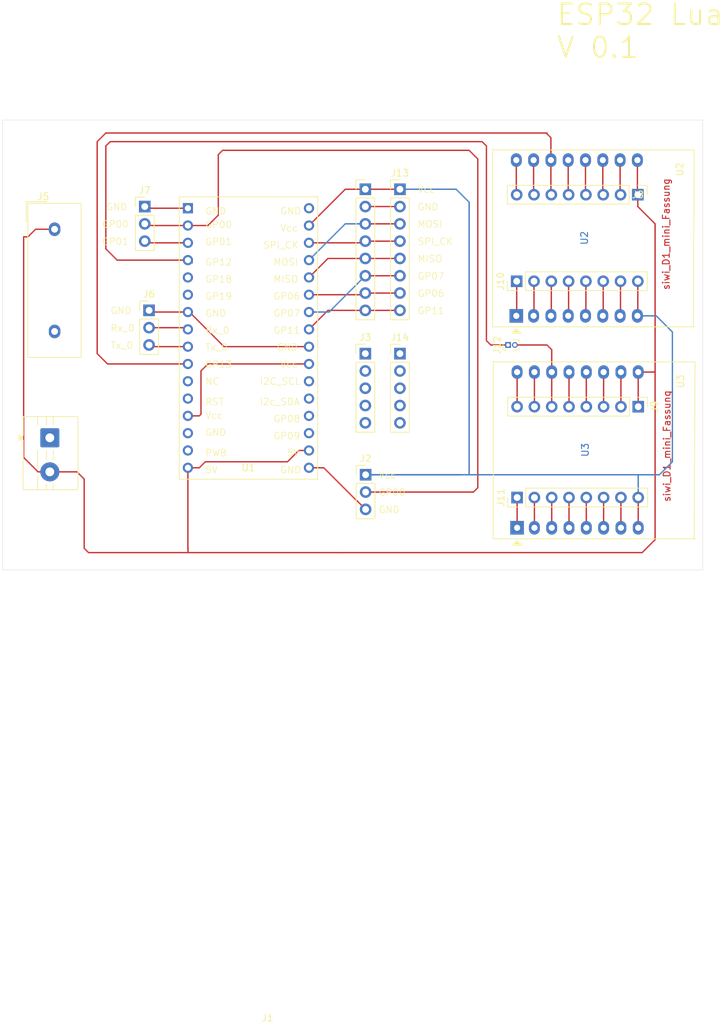
<source format=kicad_pcb>
(kicad_pcb (version 20241229) (generator "pcbnew") (generator_version "9.0")
  (layers (0 "F.Cu" signal) (2 "B.Cu" signal) (13 "F.Paste" user) (15 "B.Paste" user) (5 "F.SilkS" user "F.Silkscreen") (7 "B.SilkS" user "B.Silkscreen") (1 "F.Mask" user) (3 "B.Mask" user) (25 "Edge.Cuts" user))
  (net 0 "")
  (net 1 "GND")
  (net 6 "+5V")
  (net 7 "Net-(J2-Pin_2)")
  (net 8 "+3.3V")
  (net 9 "Net-(J6-Pin_2)")
  (net 10 "Net-(J6-Pin_3)")
  (net 11 "Net-(J7-Pin_3)")
  (net 12 "Net-(J8-Pin_3)")
  (net 13 "Net-(J8-Pin_7)")
  (net 14 "Net-(J8-Pin_4)")
  (net 15 "Net-(J8-Pin_6)")
  (net 16 "Net-(J8-Pin_8)")
  (net 17 "Net-(J8-Pin_5)")
  (net 18 "Net-(J9-Pin_3)")
  (net 19 "Net-(J9-Pin_4)")
  (net 20 "Net-(J9-Pin_5)")
  (net 21 "Net-(J9-Pin_8)")
  (net 22 "Net-(J9-Pin_7)")
  (net 23 "Net-(J10-Pin_2)")
  (net 24 "Net-(J10-Pin_4)")
  (net 25 "Net-(J10-Pin_6)")
  (net 26 "Net-(J10-Pin_3)")
  (net 27 "Net-(J10-Pin_7)")
  (net 28 "Net-(J10-Pin_1)")
  (net 29 "Net-(J10-Pin_5)")
  (net 30 "Net-(J11-Pin_4)")
  (net 31 "Net-(J11-Pin_6)")
  (net 32 "Net-(J11-Pin_5)")
  (net 33 "Net-(J11-Pin_7)")
  (net 34 "Net-(J11-Pin_1)")
  (net 35 "Net-(J11-Pin_3)")
  (net 36 "Net-(J11-Pin_2)")
  (net 37 "Net-(J12-Pin_2)")
  (net 38 "Net-(J12-Pin_1)")
  (net 39 "Net-(J13-Pin_4)")
  (net 40 "Net-(J13-Pin_8)")
  (net 41 "Net-(J13-Pin_7)")
  (net 42 "Net-(J13-Pin_5)")
  (net 43 "Net-(J13-Pin_3)")
  (net 44 "Net-(J13-Pin_6)")
  (net 45 "Net-(J14-Pin_4)")
  (net 46 "Net-(J14-Pin_3)")
  (net 47 "Net-(J14-Pin_5)")
  (footprint "Connector_PinHeader_2.54mm:PinHeader_1x08_P2.54mm_Vertical" (layer "F.Cu") (at 100.33 82.55)
    (property "Reference" "J13" (at 0 -2.38 0) (layer "F.SilkS"))
    (property "Value" "Conn_01x08_Socket" (hide yes))
    (pad "1" thru_hole rect (at 0 0) (size 1.7 1.7) (drill 1) (layers "*.Cu" "*.Mask") (net 8 "+3.3V"))
    (pad "2" thru_hole circle (at 0 2.54) (size 1.7 1.7) (drill 1) (layers "*.Cu" "*.Mask") (net 1 "GND"))
    (pad "3" thru_hole circle (at 0 5.08) (size 1.7 1.7) (drill 1) (layers "*.Cu" "*.Mask") (net 43 "Net-(J13-Pin_3)"))
    (pad "4" thru_hole circle (at 0 7.62) (size 1.7 1.7) (drill 1) (layers "*.Cu" "*.Mask") (net 39 "Net-(J13-Pin_4)"))
    (pad "5" thru_hole circle (at 0 10.16) (size 1.7 1.7) (drill 1) (layers "*.Cu" "*.Mask") (net 42 "Net-(J13-Pin_5)"))
    (pad "6" thru_hole circle (at 0 12.7) (size 1.7 1.7) (drill 1) (layers "*.Cu" "*.Mask") (net 44 "Net-(J13-Pin_6)"))
    (pad "7" thru_hole circle (at 0 15.24) (size 1.7 1.7) (drill 1) (layers "*.Cu" "*.Mask") (net 41 "Net-(J13-Pin_7)"))
    (pad "8" thru_hole circle (at 0 17.78) (size 1.7 1.7) (drill 1) (layers "*.Cu" "*.Mask") (net 40 "Net-(J13-Pin_8)"))
  )
  (footprint "Connector_PinHeader_2.54mm:PinHeader_1x08_P2.54mm_Vertical" (layer "F.Cu") (at 117.535 127.8025 90)
    (property "Reference" "J11" (at 0 -2.38 90) (layer "F.SilkS"))
    (property "Value" "Conn_1")
    (pad "1" thru_hole rect (at 0 0 90) (size 1.7 1.7) (drill 1) (layers "*.Cu" "*.Mask") (net 34 "Net-(J11-Pin_1)"))
    (pad "2" thru_hole circle (at 0 2.54 90) (size 1.7 1.7) (drill 1) (layers "*.Cu" "*.Mask") (net 36 "Net-(J11-Pin_2)"))
    (pad "3" thru_hole circle (at 0 5.08 90) (size 1.7 1.7) (drill 1) (layers "*.Cu" "*.Mask") (net 35 "Net-(J11-Pin_3)"))
    (pad "4" thru_hole circle (at 0 7.62 90) (size 1.7 1.7) (drill 1) (layers "*.Cu" "*.Mask") (net 30 "Net-(J11-Pin_4)"))
    (pad "5" thru_hole circle (at 0 10.16 90) (size 1.7 1.7) (drill 1) (layers "*.Cu" "*.Mask") (net 32 "Net-(J11-Pin_5)"))
    (pad "6" thru_hole circle (at 0 12.7 90) (size 1.7 1.7) (drill 1) (layers "*.Cu" "*.Mask") (net 31 "Net-(J11-Pin_6)"))
    (pad "7" thru_hole circle (at 0 15.24 90) (size 1.7 1.7) (drill 1) (layers "*.Cu" "*.Mask") (net 33 "Net-(J11-Pin_7)"))
    (pad "8" thru_hole circle (at 0 17.78 90) (size 1.7 1.7) (drill 1) (layers "*.Cu" "*.Mask") (net 8 "+3.3V"))
  )
  (footprint "Library:siwi_WEMOS_D1_mini_light" (layer "F.Cu") (at 117.415 101.1325 90)
    (property "Reference" "U2" (at 21.5 24 90) (layer "F.SilkS"))
    (property "Value" "siwi_D1_mini_Fassung" (at 12 22 90) (layer "F.Cu"))
    (fp_text user "${REFERENCE}" (at 11.43 10 90) (layer "B.Cu"))
    (pad "1" thru_hole rect (at 0 0 90) (size 2 2) (drill 0.9) (layers "*.Cu" "*.Mask") (net 28 "Net-(J10-Pin_1)"))
    (pad "2" thru_hole oval (at 0 2.54 90) (size 2 1.6) (drill 0.9) (layers "*.Cu" "*.Mask") (net 23 "Net-(J10-Pin_2)"))
    (pad "3" thru_hole oval (at 0 5.08 90) (size 2 1.6) (drill 0.9) (layers "*.Cu" "*.Mask") (net 26 "Net-(J10-Pin_3)"))
    (pad "4" thru_hole oval (at 0 7.62 90) (size 2 1.6) (drill 0.9) (layers "*.Cu" "*.Mask") (net 24 "Net-(J10-Pin_4)"))
    (pad "5" thru_hole oval (at 0 10.16 90) (size 2 1.6) (drill 0.9) (layers "*.Cu" "*.Mask") (net 29 "Net-(J10-Pin_5)"))
    (pad "6" thru_hole oval (at 0 12.7 90) (size 2 1.6) (drill 0.9) (layers "*.Cu" "*.Mask") (net 25 "Net-(J10-Pin_6)"))
    (pad "7" thru_hole oval (at 0 15.24 90) (size 2 1.6) (drill 0.9) (layers "*.Cu" "*.Mask") (net 27 "Net-(J10-Pin_7)"))
    (pad "8" thru_hole oval (at 0 17.78 90) (size 2 1.6) (drill 0.9) (layers "*.Cu" "*.Mask") (net 8 "+3.3V"))
    (pad "9" thru_hole oval (at 22.86 17.78 90) (size 2 1.6) (drill 0.9) (layers "*.Cu" "*.Mask") (net 6 "+5V"))
    (pad "10" thru_hole oval (at 22.86 15.24 90) (size 2 1.6) (drill 0.9) (layers "*.Cu" "*.Mask") (net 1 "GND"))
    (pad "11" thru_hole oval (at 22.86 12.7 90) (size 2 1.6) (drill 0.9) (layers "*.Cu" "*.Mask") (net 12 "Net-(J8-Pin_3)"))
    (pad "12" thru_hole oval (at 22.86 10.16 90) (size 2 1.6) (drill 0.9) (layers "*.Cu" "*.Mask") (net 14 "Net-(J8-Pin_4)"))
    (pad "13" thru_hole oval (at 22.86 7.62 90) (size 2 1.6) (drill 0.9) (layers "*.Cu" "*.Mask") (net 17 "Net-(J8-Pin_5)"))
    (pad "14" thru_hole oval (at 22.86 5.08 90) (size 2 1.6) (drill 0.9) (layers "*.Cu" "*.Mask") (net 15 "Net-(J8-Pin_6)"))
    (pad "15" thru_hole oval (at 22.86 2.54 90) (size 2 1.6) (drill 0.9) (layers "*.Cu" "*.Mask") (net 13 "Net-(J8-Pin_7)"))
    (pad "16" thru_hole oval (at 22.86 0 90) (size 2 1.6) (drill 0.9) (layers "*.Cu" "*.Mask") (net 16 "Net-(J8-Pin_8)"))
  )
  (footprint "Connector_PinHeader_2.54mm:PinHeader_1x03_P2.54mm_Vertical" (layer "F.Cu") (at 63.5 100.33)
    (property "Reference" "J6" (at 0 -2.38 0) (layer "F.SilkS"))
    (property "Value" "Conn_01x03_Socket")
    (pad "1" thru_hole rect (at 0 0) (size 1.7 1.7) (drill 1) (layers "*.Cu" "*.Mask") (net 1 "GND"))
    (pad "2" thru_hole circle (at 0 2.54) (size 1.7 1.7) (drill 1) (layers "*.Cu" "*.Mask") (net 9 "Net-(J6-Pin_2)"))
    (pad "3" thru_hole circle (at 0 5.08) (size 1.7 1.7) (drill 1) (layers "*.Cu" "*.Mask") (net 10 "Net-(J6-Pin_3)"))
  )
  (footprint "Library:Converter_ACDC_Hi-Link_HLK-PMxx" (layer "F.Cu") (at 49.6275 93.4225)
    (property "Reference" "J5" (at -1.66 -9.79 0) (layer "F.SilkS"))
    (property "Value" "HLK-PM1")
    (pad "1" thru_hole oval (at 0 -5) (size 1.7 2) (drill 1) (layers "*.Cu" "*.Mask") (net 6 "+5V"))
    (pad "2" thru_hole oval (at 0 10) (size 1.7 2) (drill 1) (layers "*.Cu" "*.Mask") (net 1 "GND"))
  )
  (footprint "TerminalBlock:TerminalBlock_MaiXu_MX126-5.0-02P_1x02_P5.00mm" (layer "F.Cu") (at 48.9275 119.035 -90)
    (property "Reference" "J1" (at 85.185 -31.98 0) (layer "F.SilkS"))
    (property "Value" "Screw_Terminal_01x02")
    (pad "1" thru_hole roundrect (at 0 0 270) (size 2.8 2.8) (drill 1.3) (layers "*.Cu" "*.Mask") (roundrect_rratio 0.089286) (net 1 "GND"))
    (pad "2" thru_hole circle (at 5 0 270) (size 2.8 2.8) (drill 1.3) (layers "*.Cu" "*.Mask") (net 6 "+5V"))
  )
  (footprint "Connector_PinHeader_2.54mm:PinHeader_1x08_P2.54mm_Vertical" (layer "F.Cu") (at 117.475 96.0525 90)
    (property "Reference" "J10" (at 0 -2.38 90) (layer "F.SilkS"))
    (property "Value" "Conn_1")
    (pad "1" thru_hole rect (at 0 0 90) (size 1.7 1.7) (drill 1) (layers "*.Cu" "*.Mask") (net 28 "Net-(J10-Pin_1)"))
    (pad "2" thru_hole circle (at 0 2.54 90) (size 1.7 1.7) (drill 1) (layers "*.Cu" "*.Mask") (net 23 "Net-(J10-Pin_2)"))
    (pad "3" thru_hole circle (at 0 5.08 90) (size 1.7 1.7) (drill 1) (layers "*.Cu" "*.Mask") (net 26 "Net-(J10-Pin_3)"))
    (pad "4" thru_hole circle (at 0 7.62 90) (size 1.7 1.7) (drill 1) (layers "*.Cu" "*.Mask") (net 24 "Net-(J10-Pin_4)"))
    (pad "5" thru_hole circle (at 0 10.16 90) (size 1.7 1.7) (drill 1) (layers "*.Cu" "*.Mask") (net 29 "Net-(J10-Pin_5)"))
    (pad "6" thru_hole circle (at 0 12.7 90) (size 1.7 1.7) (drill 1) (layers "*.Cu" "*.Mask") (net 25 "Net-(J10-Pin_6)"))
    (pad "7" thru_hole circle (at 0 15.24 90) (size 1.7 1.7) (drill 1) (layers "*.Cu" "*.Mask") (net 27 "Net-(J10-Pin_7)"))
    (pad "8" thru_hole circle (at 0 17.78 90) (size 1.7 1.7) (drill 1) (layers "*.Cu" "*.Mask") (net 8 "+3.3V"))
  )
  (footprint "Connector_PinHeader_1.00mm:PinHeader_1x02_P1.00mm_Vertical" (layer "F.Cu") (at 116.205 105.41 90)
    (property "Reference" "J12" (at 0 -1.61 90) (layer "F.SilkS"))
    (property "Value" "Conn_01x02_Socket" (hide yes))
    (pad "1" thru_hole rect (at 0 0 90) (size 0.85 0.85) (drill 0.5) (layers "*.Cu" "*.Mask") (net 38 "Net-(J12-Pin_1)"))
    (pad "2" thru_hole circle (at 0 1 90) (size 0.85 0.85) (drill 0.5) (layers "*.Cu" "*.Mask") (net 37 "Net-(J12-Pin_2)"))
  )
  (footprint "Connector_PinHeader_2.54mm:PinHeader_1x08_P2.54mm_Vertical" (layer "F.Cu") (at 95.25 82.55)
    (property "Reference" "J4" (hide yes))
    (property "Value" "Conn_01x08_Socket" (hide yes))
    (pad "1" thru_hole rect (at 0 0) (size 1.7 1.7) (drill 1) (layers "*.Cu" "*.Mask") (net 8 "+3.3V"))
    (pad "2" thru_hole circle (at 0 2.54) (size 1.7 1.7) (drill 1) (layers "*.Cu" "*.Mask") (net 1 "GND"))
    (pad "3" thru_hole circle (at 0 5.08) (size 1.7 1.7) (drill 1) (layers "*.Cu" "*.Mask") (net 43 "Net-(J13-Pin_3)"))
    (pad "4" thru_hole circle (at 0 7.62) (size 1.7 1.7) (drill 1) (layers "*.Cu" "*.Mask") (net 39 "Net-(J13-Pin_4)"))
    (pad "5" thru_hole circle (at 0 10.16) (size 1.7 1.7) (drill 1) (layers "*.Cu" "*.Mask") (net 42 "Net-(J13-Pin_5)"))
    (pad "6" thru_hole circle (at 0 12.7) (size 1.7 1.7) (drill 1) (layers "*.Cu" "*.Mask") (net 44 "Net-(J13-Pin_6)"))
    (pad "7" thru_hole circle (at 0 15.24) (size 1.7 1.7) (drill 1) (layers "*.Cu" "*.Mask") (net 41 "Net-(J13-Pin_7)"))
    (pad "8" thru_hole circle (at 0 17.78) (size 1.7 1.7) (drill 1) (layers "*.Cu" "*.Mask") (net 40 "Net-(J13-Pin_8)"))
  )
  (footprint "Connector_PinHeader_2.54mm:PinHeader_1x08_P2.54mm_Vertical" (layer "F.Cu") (at 135.255 83.3525 -90)
    (property "Reference" "J8" (at 0 0 0) (layer "F.SilkS"))
    (property "Value" "Conn_2")
    (pad "1" thru_hole rect (at 0 0 270) (size 1.7 1.7) (drill 1) (layers "*.Cu" "*.Mask") (net 6 "+5V"))
    (pad "2" thru_hole circle (at 0 2.54 270) (size 1.7 1.7) (drill 1) (layers "*.Cu" "*.Mask") (net 1 "GND"))
    (pad "3" thru_hole circle (at 0 5.08 270) (size 1.7 1.7) (drill 1) (layers "*.Cu" "*.Mask") (net 12 "Net-(J8-Pin_3)"))
    (pad "4" thru_hole circle (at 0 7.62 270) (size 1.7 1.7) (drill 1) (layers "*.Cu" "*.Mask") (net 14 "Net-(J8-Pin_4)"))
    (pad "5" thru_hole circle (at 0 10.16 270) (size 1.7 1.7) (drill 1) (layers "*.Cu" "*.Mask") (net 17 "Net-(J8-Pin_5)"))
    (pad "6" thru_hole circle (at 0 12.7 270) (size 1.7 1.7) (drill 1) (layers "*.Cu" "*.Mask") (net 15 "Net-(J8-Pin_6)"))
    (pad "7" thru_hole circle (at 0 15.24 270) (size 1.7 1.7) (drill 1) (layers "*.Cu" "*.Mask") (net 13 "Net-(J8-Pin_7)"))
    (pad "8" thru_hole circle (at 0 17.78 270) (size 1.7 1.7) (drill 1) (layers "*.Cu" "*.Mask") (net 16 "Net-(J8-Pin_8)"))
  )
  (footprint "Library:ESP32-C3-luaos" (layer "F.Cu") (at 69.1975 85.335)
    (property "Reference" "U1" (at 8.89 38.1 0) (layer "F.SilkS"))
    (property "Value" "ESP32-C3_Luaos")
    (fp_text user "Rx_0" (at 2.5 18.5 0) (layer "F.SilkS") (effects (font (thickness 0.1)) (justify left bottom)))
    (fp_text user "GP12" (at 2.5 8.5 0) (layer "F.SilkS") (effects (font (thickness 0.1)) (justify left bottom)))
    (fp_text user "MOSI" (at 12.5 8.5 0) (layer "F.SilkS") (effects (font (thickness 0.1)) (justify left bottom)))
    (fp_text user "GP09" (at 12.5 34 0) (layer "F.SilkS") (effects (font (thickness 0.1)) (justify left bottom)))
    (fp_text user "GP06" (at 12.5 13.5 0) (layer "F.SilkS") (effects (font (thickness 0.1)) (justify left bottom)))
    (fp_text user "GP01" (at 2.5 5.5 0) (layer "F.SilkS") (effects (font (thickness 0.1)) (justify left bottom)))
    (fp_text user "GND" (at 2.5 33.5 0) (layer "F.SilkS") (effects (font (thickness 0.1)) (justify left bottom)))
    (fp_text user "NC" (at 2.5 26 0) (layer "F.SilkS") (effects (font (thickness 0.1)) (justify left bottom)))
    (fp_text user "SPI_CK" (at 11 6 0) (layer "F.SilkS") (effects (font (thickness 0.1)) (justify left bottom)))
    (fp_text user "I2c_SDA" (at 10.5 29 0) (layer "F.SilkS") (effects (font (thickness 0.1)) (justify left bottom)))
    (fp_text user "Tx_0" (at 2.5 21 0) (layer "F.SilkS") (effects (font (thickness 0.1)) (justify left bottom)))
    (fp_text user "GP19" (at 2.5 13.5 0) (layer "F.SilkS") (effects (font (thickness 0.1)) (justify left bottom)))
    (fp_text user "GND" (at 13.5 1 0) (layer "F.SilkS") (effects (font (thickness 0.1)) (justify left bottom)))
    (fp_text user "Vcc" (at 2.5 31 0) (layer "F.SilkS") (effects (font (thickness 0.1)) (justify left bottom)))
    (fp_text user "GND" (at 2.5 16 0) (layer "F.SilkS") (effects (font (thickness 0.1)) (justify left bottom)))
    (fp_text user "GP08" (at 12.5 31.5 0) (layer "F.SilkS") (effects (font (thickness 0.1)) (justify left bottom)))
    (fp_text user "GND" (at 13.5 39 0) (layer "F.SilkS") (effects (font (thickness 0.1)) (justify left bottom)))
    (fp_text user "GP07" (at 12.5 16 0) (layer "F.SilkS") (effects (font (thickness 0.1)) (justify left bottom)))
    (fp_text user "5V" (at 2.5 39 0) (layer "F.SilkS") (effects (font (thickness 0.1)) (justify left bottom)))
    (fp_text user "PWB" (at 2.5 36.5 0) (layer "F.SilkS") (effects (font (thickness 0.1)) (justify left bottom)))
    (fp_text user "GP18" (at 2.5 11 0) (layer "F.SilkS") (effects (font (thickness 0.1)) (justify left bottom)))
    (fp_text user "GND" (at 2.5 1 0) (layer "F.SilkS") (effects (font (thickness 0.1)) (justify left bottom)))
    (fp_text user "GP13" (at 2.5 23.5 0) (layer "F.SilkS") (effects (font (thickness 0.1)) (justify left bottom)))
    (fp_text user "GP11" (at 12.5 18.5 0) (layer "F.SilkS") (effects (font (thickness 0.1)) (justify left bottom)))
    (fp_text user "5V" (at 14.5 36.5 0) (layer "F.SilkS") (effects (font (thickness 0.1)) (justify left bottom)))
    (fp_text user "MISO" (at 12.5 11 0) (layer "F.SilkS") (effects (font (thickness 0.1)) (justify left bottom)))
    (fp_text user "Vcc" (at 13.5 23.5 0) (layer "F.SilkS") (effects (font (thickness 0.1)) (justify left bottom)))
    (fp_text user "GP00" (at 2.5 3 0) (layer "F.SilkS") (effects (font (thickness 0.1)) (justify left bottom)))
    (fp_text user "GND" (at 13 21 0) (layer "F.SilkS") (effects (font (thickness 0.1)) (justify left bottom)))
    (fp_text user "I2C_SCL" (at 10.5 26 0) (layer "F.SilkS") (effects (font (thickness 0.1)) (justify left bottom)))
    (fp_text user "RST" (at 2.5 29 0) (layer "F.SilkS") (effects (font (thickness 0.1)) (justify left bottom)))
    (fp_text user "Vcc" (at 13.5 3.5 0) (layer "F.SilkS") (effects (font (thickness 0.1)) (justify left bottom)))
    (pad "1" thru_hole rect (at 0 0) (size 1.5 1.5) (drill 0.9) (layers "*.Cu" "*.Mask") (net 1 "GND"))
    (pad "2" thru_hole circle (at 0 2.54) (size 1.5 1.5) (drill 0.9) (layers "*.Cu" "*.Mask") (net 7 "Net-(J2-Pin_2)"))
    (pad "3" thru_hole circle (at 0 5.08) (size 1.5 1.5) (drill 0.9) (layers "*.Cu" "*.Mask") (net 11 "Net-(J7-Pin_3)"))
    (pad "4" thru_hole circle (at 0 7.62) (size 1.5 1.5) (drill 0.9) (layers "*.Cu" "*.Mask") (net 38 "Net-(J12-Pin_1)"))
    (pad "5" thru_hole circle (at 0 10.16) (size 1.5 1.5) (drill 0.9) (layers "*.Cu" "*.Mask"))
    (pad "6" thru_hole circle (at 0 12.7) (size 1.5 1.5) (drill 0.9) (layers "*.Cu" "*.Mask"))
    (pad "7" thru_hole circle (at 0 15.24) (size 1.5 1.5) (drill 0.9) (layers "*.Cu" "*.Mask") (net 1 "GND"))
    (pad "8" thru_hole circle (at 0 17.78) (size 1.5 1.5) (drill 0.9) (layers "*.Cu" "*.Mask") (net 9 "Net-(J6-Pin_2)"))
    (pad "9" thru_hole circle (at 0 20.32) (size 1.5 1.5) (drill 0.9) (layers "*.Cu" "*.Mask") (net 10 "Net-(J6-Pin_3)"))
    (pad "10" thru_hole circle (at 0 22.86) (size 1.5 1.5) (drill 0.9) (layers "*.Cu" "*.Mask") (net 15 "Net-(J8-Pin_6)"))
    (pad "11" thru_hole circle (at 0 25.4) (size 1.5 1.5) (drill 0.9) (layers "*.Cu" "*.Mask"))
    (pad "12" thru_hole circle (at 0 27.94) (size 1.5 1.5) (drill 0.9) (layers "*.Cu" "*.Mask"))
    (pad "13" thru_hole circle (at 0 30.48) (size 1.5 1.5) (drill 0.9) (layers "*.Cu" "*.Mask") (net 8 "+3.3V"))
    (pad "14" thru_hole circle (at 0 33.02) (size 1.5 1.5) (drill 0.9) (layers "*.Cu" "*.Mask") (net 1 "GND"))
    (pad "15" thru_hole circle (at 0 35.56) (size 1.5 1.5) (drill 0.9) (layers "*.Cu" "*.Mask"))
    (pad "16" thru_hole circle (at 0 38.1) (size 1.5 1.5) (drill 0.9) (layers "*.Cu" "*.Mask") (net 6 "+5V"))
    (pad "17" thru_hole circle (at 17.78 0) (size 1.5 1.5) (drill 0.9) (layers "*.Cu" "*.Mask") (net 1 "GND"))
    (pad "18" thru_hole circle (at 17.78 2.54) (size 1.5 1.5) (drill 0.9) (layers "*.Cu" "*.Mask") (net 8 "+3.3V"))
    (pad "19" thru_hole circle (at 17.78 5.08) (size 1.5 1.5) (drill 0.9) (layers "*.Cu" "*.Mask") (net 39 "Net-(J13-Pin_4)"))
    (pad "20" thru_hole circle (at 17.78 7.62) (size 1.5 1.5) (drill 0.9) (layers "*.Cu" "*.Mask") (net 43 "Net-(J13-Pin_3)"))
    (pad "21" thru_hole circle (at 17.78 10.16) (size 1.5 1.5) (drill 0.9) (layers "*.Cu" "*.Mask") (net 42 "Net-(J13-Pin_5)"))
    (pad "22" thru_hole circle (at 17.78 12.7) (size 1.5 1.5) (drill 0.9) (layers "*.Cu" "*.Mask") (net 41 "Net-(J13-Pin_7)"))
    (pad "23" thru_hole circle (at 17.78 15.24) (size 1.5 1.5) (drill 0.9) (layers "*.Cu" "*.Mask") (net 44 "Net-(J13-Pin_6)"))
    (pad "24" thru_hole circle (at 17.78 17.78) (size 1.5 1.5) (drill 0.9) (layers "*.Cu" "*.Mask") (net 40 "Net-(J13-Pin_8)"))
    (pad "25" thru_hole circle (at 17.78 20.32) (size 1.5 1.5) (drill 0.9) (layers "*.Cu" "*.Mask") (net 1 "GND"))
    (pad "26" thru_hole circle (at 17.78 22.86) (size 1.5 1.5) (drill 0.9) (layers "*.Cu" "*.Mask") (net 8 "+3.3V"))
    (pad "27" thru_hole circle (at 17.78 25.4) (size 1.5 1.5) (drill 0.9) (layers "*.Cu" "*.Mask") (net 46 "Net-(J14-Pin_3)"))
    (pad "28" thru_hole circle (at 17.78 27.94) (size 1.5 1.5) (drill 0.9) (layers "*.Cu" "*.Mask") (net 45 "Net-(J14-Pin_4)"))
    (pad "29" thru_hole circle (at 17.78 30.48) (size 1.5 1.5) (drill 0.9) (layers "*.Cu" "*.Mask"))
    (pad "30" thru_hole circle (at 17.78 33.02) (size 1.5 1.5) (drill 0.9) (layers "*.Cu" "*.Mask") (net 47 "Net-(J14-Pin_5)"))
    (pad "31" thru_hole circle (at 17.78 35.56) (size 1.5 1.5) (drill 0.9) (layers "*.Cu" "*.Mask") (net 6 "+5V"))
    (pad "32" thru_hole circle (at 17.78 38.1) (size 1.5 1.5) (drill 0.9) (layers "*.Cu" "*.Mask") (net 1 "GND"))
  )
  (footprint "Connector_PinHeader_2.54mm:PinHeader_1x03_P2.54mm_Vertical" (layer "F.Cu") (at 95.29125 124.46)
    (property "Reference" "J2" (at 0 -2.38 0) (layer "F.SilkS"))
    (property "Value" "Conn_01x03")
    (pad "1" thru_hole rect (at 0 0) (size 1.7 1.7) (drill 1) (layers "*.Cu" "*.Mask") (net 8 "+3.3V"))
    (pad "2" thru_hole circle (at 0 2.54) (size 1.7 1.7) (drill 1) (layers "*.Cu" "*.Mask") (net 7 "Net-(J2-Pin_2)"))
    (pad "3" thru_hole circle (at 0 5.08) (size 1.7 1.7) (drill 1) (layers "*.Cu" "*.Mask") (net 1 "GND"))
  )
  (footprint "MountingHole:MountingHole_4.3mm_M4" (layer "F.Cu") (at 51.435 153.67)
    (property "Reference" "REF**" (hide yes))
    (property "Value" "MountingHole_4.3mm_M4" (hide yes))
    (pad "" np_thru_hole circle (at 0 0) (size 4.3 4.3) (drill 4.3) (layers "*.Cu" "*.Mask"))
  )
  (footprint "MountingHole:MountingHole_4.3mm_M4" (layer "F.Cu") (at 80.01 156.21)
    (property "Reference" "REF**" (hide yes))
    (property "Value" "MountingHole_4.3mm_M4" (hide yes))
    (pad "" np_thru_hole circle (at 0 0) (size 4.3 4.3) (drill 4.3) (layers "*.Cu" "*.Mask"))
  )
  (footprint "MountingHole:MountingHole_4.3mm_M4" (layer "F.Cu") (at 96.52 158.75)
    (property "Reference" "REF**" (hide yes))
    (property "Value" "MountingHole_4.3mm_M4" (hide yes))
    (pad "" np_thru_hole circle (at 0 0) (size 4.3 4.3) (drill 4.3) (layers "*.Cu" "*.Mask"))
  )
  (footprint "Connector_PinHeader_2.54mm:PinHeader_1x05_P2.54mm_Vertical" (layer "F.Cu") (at 100.33 106.68)
    (property "Reference" "J14" (at 0 -2.38 0) (layer "F.SilkS"))
    (property "Value" "Conn_01x05_Socket" (hide yes))
    (pad "1" thru_hole rect (at 0 0) (size 1.7 1.7) (drill 1) (layers "*.Cu" "*.Mask") (net 8 "+3.3V"))
    (pad "2" thru_hole circle (at 0 2.54) (size 1.7 1.7) (drill 1) (layers "*.Cu" "*.Mask") (net 1 "GND"))
    (pad "3" thru_hole circle (at 0 5.08) (size 1.7 1.7) (drill 1) (layers "*.Cu" "*.Mask") (net 46 "Net-(J14-Pin_3)"))
    (pad "4" thru_hole circle (at 0 7.62) (size 1.7 1.7) (drill 1) (layers "*.Cu" "*.Mask") (net 45 "Net-(J14-Pin_4)"))
    (pad "5" thru_hole circle (at 0 10.16) (size 1.7 1.7) (drill 1) (layers "*.Cu" "*.Mask") (net 47 "Net-(J14-Pin_5)"))
  )
  (footprint "Connector_PinHeader_2.54mm:PinHeader_1x05_P2.54mm_Vertical" (layer "F.Cu") (at 95.25 106.68)
    (property "Reference" "J3" (at 0 -2.38 0) (layer "F.SilkS"))
    (property "Value" "Conn_01x05_Socket" (hide yes))
    (pad "1" thru_hole rect (at 0 0) (size 1.7 1.7) (drill 1) (layers "*.Cu" "*.Mask") (net 8 "+3.3V"))
    (pad "2" thru_hole circle (at 0 2.54) (size 1.7 1.7) (drill 1) (layers "*.Cu" "*.Mask") (net 1 "GND"))
    (pad "3" thru_hole circle (at 0 5.08) (size 1.7 1.7) (drill 1) (layers "*.Cu" "*.Mask") (net 46 "Net-(J14-Pin_3)"))
    (pad "4" thru_hole circle (at 0 7.62) (size 1.7 1.7) (drill 1) (layers "*.Cu" "*.Mask") (net 45 "Net-(J14-Pin_4)"))
    (pad "5" thru_hole circle (at 0 10.16) (size 1.7 1.7) (drill 1) (layers "*.Cu" "*.Mask") (net 47 "Net-(J14-Pin_5)"))
  )
  (footprint "Connector_PinHeader_2.54mm:PinHeader_1x03_P2.54mm_Vertical" (layer "F.Cu") (at 62.865 85.09)
    (property "Reference" "J7" (at 0 -2.38 0) (layer "F.SilkS"))
    (property "Value" "Conn_01x03_Socket" (hide yes))
    (pad "1" thru_hole rect (at 0 0) (size 1.7 1.7) (drill 1) (layers "*.Cu" "*.Mask") (net 1 "GND"))
    (pad "2" thru_hole circle (at 0 2.54) (size 1.7 1.7) (drill 1) (layers "*.Cu" "*.Mask") (net 7 "Net-(J2-Pin_2)"))
    (pad "3" thru_hole circle (at 0 5.08) (size 1.7 1.7) (drill 1) (layers "*.Cu" "*.Mask") (net 11 "Net-(J7-Pin_3)"))
  )
  (footprint "MountingHole:MountingHole_4.3mm_M4" (layer "F.Cu") (at 66.675 154.94)
    (property "Reference" "REF**" (hide yes))
    (property "Value" "MountingHole_4.3mm_M4" (hide yes))
    (pad "" np_thru_hole circle (at 0 0) (size 4.3 4.3) (drill 4.3) (layers "*.Cu" "*.Mask"))
  )
  (footprint "Connector_PinHeader_2.54mm:PinHeader_1x08_P2.54mm_Vertical" (layer "F.Cu") (at 135.315 114.4675 -90)
    (property "Reference" "J9" (at 0 -2.38 90) (layer "F.SilkS"))
    (property "Value" "Conn_2")
    (pad "1" thru_hole rect (at 0 0 270) (size 1.7 1.7) (drill 1) (layers "*.Cu" "*.Mask") (net 6 "+5V"))
    (pad "2" thru_hole circle (at 0 2.54 270) (size 1.7 1.7) (drill 1) (layers "*.Cu" "*.Mask") (net 1 "GND"))
    (pad "3" thru_hole circle (at 0 5.08 270) (size 1.7 1.7) (drill 1) (layers "*.Cu" "*.Mask") (net 18 "Net-(J9-Pin_3)"))
    (pad "4" thru_hole circle (at 0 7.62 270) (size 1.7 1.7) (drill 1) (layers "*.Cu" "*.Mask") (net 19 "Net-(J9-Pin_4)"))
    (pad "5" thru_hole circle (at 0 10.16 270) (size 1.7 1.7) (drill 1) (layers "*.Cu" "*.Mask") (net 20 "Net-(J9-Pin_5)"))
    (pad "6" thru_hole circle (at 0 12.7 270) (size 1.7 1.7) (drill 1) (layers "*.Cu" "*.Mask") (net 37 "Net-(J12-Pin_2)"))
    (pad "7" thru_hole circle (at 0 15.24 270) (size 1.7 1.7) (drill 1) (layers "*.Cu" "*.Mask") (net 22 "Net-(J9-Pin_7)"))
    (pad "8" thru_hole circle (at 0 17.78 270) (size 1.7 1.7) (drill 1) (layers "*.Cu" "*.Mask") (net 21 "Net-(J9-Pin_8)"))
  )
  (footprint "Library:siwi_WEMOS_D1_mini_light" (layer "F.Cu") (at 117.535 132.2475 90)
    (property "Reference" "U3" (at 21.5 24 90) (layer "F.SilkS"))
    (property "Value" "siwi_D1_mini_Fassung" (at 12 22 90) (layer "F.Cu"))
    (fp_text user "${REFERENCE}" (at 11.43 10 90) (layer "B.Cu"))
    (pad "1" thru_hole rect (at 0 0 90) (size 2 2) (drill 0.9) (layers "*.Cu" "*.Mask") (net 34 "Net-(J11-Pin_1)"))
    (pad "2" thru_hole oval (at 0 2.54 90) (size 2 1.6) (drill 0.9) (layers "*.Cu" "*.Mask") (net 36 "Net-(J11-Pin_2)"))
    (pad "3" thru_hole oval (at 0 5.08 90) (size 2 1.6) (drill 0.9) (layers "*.Cu" "*.Mask") (net 35 "Net-(J11-Pin_3)"))
    (pad "4" thru_hole oval (at 0 7.62 90) (size 2 1.6) (drill 0.9) (layers "*.Cu" "*.Mask") (net 30 "Net-(J11-Pin_4)"))
    (pad "5" thru_hole oval (at 0 10.16 90) (size 2 1.6) (drill 0.9) (layers "*.Cu" "*.Mask") (net 32 "Net-(J11-Pin_5)"))
    (pad "6" thru_hole oval (at 0 12.7 90) (size 2 1.6) (drill 0.9) (layers "*.Cu" "*.Mask") (net 31 "Net-(J11-Pin_6)"))
    (pad "7" thru_hole oval (at 0 15.24 90) (size 2 1.6) (drill 0.9) (layers "*.Cu" "*.Mask") (net 33 "Net-(J11-Pin_7)"))
    (pad "8" thru_hole oval (at 0 17.78 90) (size 2 1.6) (drill 0.9) (layers "*.Cu" "*.Mask") (net 8 "+3.3V"))
    (pad "9" thru_hole oval (at 22.86 17.78 90) (size 2 1.6) (drill 0.9) (layers "*.Cu" "*.Mask") (net 6 "+5V"))
    (pad "10" thru_hole oval (at 22.86 15.24 90) (size 2 1.6) (drill 0.9) (layers "*.Cu" "*.Mask") (net 1 "GND"))
    (pad "11" thru_hole oval (at 22.86 12.7 90) (size 2 1.6) (drill 0.9) (layers "*.Cu" "*.Mask") (net 18 "Net-(J9-Pin_3)"))
    (pad "12" thru_hole oval (at 22.86 10.16 90) (size 2 1.6) (drill 0.9) (layers "*.Cu" "*.Mask") (net 19 "Net-(J9-Pin_4)"))
    (pad "13" thru_hole oval (at 22.86 7.62 90) (size 2 1.6) (drill 0.9) (layers "*.Cu" "*.Mask") (net 20 "Net-(J9-Pin_5)"))
    (pad "14" thru_hole oval (at 22.86 5.08 90) (size 2 1.6) (drill 0.9) (layers "*.Cu" "*.Mask") (net 37 "Net-(J12-Pin_2)"))
    (pad "15" thru_hole oval (at 22.86 2.54 90) (size 2 1.6) (drill 0.9) (layers "*.Cu" "*.Mask") (net 22 "Net-(J9-Pin_7)"))
    (pad "16" thru_hole oval (at 22.86 0 90) (size 2 1.6) (drill 0.9) (layers "*.Cu" "*.Mask") (net 21 "Net-(J9-Pin_8)"))
  )
  (gr_line (start 42 72.39) (end 144.78 72.39) (stroke (width 0.05)) (layer "Edge.Cuts"))
  (gr_line (start 42 138.43) (end 42 72.39) (stroke (width 0.05)) (layer "Edge.Cuts"))
  (gr_line (start 144.78 138.43) (end 42 138.43) (stroke (width 0.05)) (layer "Edge.Cuts"))
  (gr_line (start 144.78 72.39) (end 144.78 138.43) (stroke (width 0.05)) (layer "Edge.Cuts"))
  (gr_text "Vcc" (at 97.155 125.095 0) (layer "F.SilkS") (effects (font (size 1 1) (thickness 0.1)) (justify left bottom)))
  (gr_text "Tx_0" (at 57.785 106.045 0) (layer "F.SilkS") (effects (font (size 1 1) (thickness 0.1)) (justify left bottom)))
  (gr_text "GP00" (at 97.155 127.635 0) (layer "F.SilkS") (effects (font (size 1 1) (thickness 0.1)) (justify left bottom)))
  (gr_text "GP00" (at 56.515 88.265 0) (layer "F.SilkS") (effects (font (size 1 1) (thickness 0.1)) (justify left bottom)))
  (gr_text "GND" (at 102.87 85.725 0) (layer "F.SilkS") (effects (font (size 1 1) (thickness 0.1)) (justify left bottom)))
  (gr_text "GP07" (at 102.87 95.885 0) (layer "F.SilkS") (effects (font (size 1 1) (thickness 0.1)) (justify left bottom)))
  (gr_text "Rx_0" (at 57.785 103.505 0) (layer "F.SilkS") (effects (font (size 1 1) (thickness 0.1)) (justify left bottom)))
  (gr_text "GND" (at 97.155 130.175 0) (layer "F.SilkS") (effects (font (size 1 1) (thickness 0.1)) (justify left bottom)))
  (gr_text "MISO" (at 102.87 93.345 0) (layer "F.SilkS") (effects (font (size 1 1) (thickness 0.1)) (justify left bottom)))
  (gr_text "GP06" (at 102.87 98.425 0) (layer "F.SilkS") (effects (font (size 1 1) (thickness 0.1)) (justify left bottom)))
  (gr_text "MOSI" (at 102.87 88.265 0) (layer "F.SilkS") (effects (font (size 1 1) (thickness 0.1)) (justify left bottom)))
  (gr_text "Vcc" (at 102.87 83.185 0) (layer "F.SilkS") (effects (font (size 1 1) (thickness 0.1)) (justify left bottom)))
  (gr_text "SPI_CK" (at 102.87 90.805 0) (layer "F.SilkS") (effects (font (size 1 1) (thickness 0.1)) (justify left bottom)))
  (gr_text "GND" (at 57.15 85.725 0) (layer "F.SilkS") (effects (font (size 1 1) (thickness 0.1)) (justify left bottom)))
  (gr_text "ESP32 Lua\nV 0.1" (at 123.19 63.5 0) (layer "F.SilkS") (effects (font (size 3 3) (thickness 0.3)) (justify left bottom)))
  (gr_text "GND" (at 57.785 100.965 0) (layer "F.SilkS") (effects (font (size 1 1) (thickness 0.1)) (justify left bottom)))
  (gr_text "GP11" (at 102.87 100.965 0) (layer "F.SilkS") (effects (font (size 1 1) (thickness 0.1)) (justify left bottom)))
  (gr_text "GP01" (at 56.515 90.805 0) (layer "F.SilkS") (effects (font (size 1 1) (thickness 0.1)) (justify left bottom)))
  (segment (start 74.505 105.655) (end 86.9775 105.655) (width 0.2) (layer "F.Cu") (net 1))
  (segment (start 64.38 100.575) (end 69.1975 100.575) (width 0.2) (layer "F.Cu") (net 1))
  (segment (start 63.5 100.33) (end 64.135 100.33) (width 0.2) (layer "F.Cu") (net 1))
  (segment (start 69.1975 100.3475) (end 69.215 100.33) (width 0.2) (layer "F.Cu") (net 1))
  (segment (start 86.9775 123.435) (end 89.145 123.435) (width 0.2) (layer "F.Cu") (net 1))
  (segment (start 132.655 83.2925) (end 132.715 83.3525) (width 0.2) (layer "F.Cu") (net 1))
  (segment (start 64.135 100.33) (end 64.38 100.575) (width 0.2) (layer "F.Cu") (net 1))
  (segment (start 89.145 123.435) (end 93.959375 128.249375) (width 0.2) (layer "F.Cu") (net 1))
  (segment (start 94.000625 128.249375) (end 95.29125 129.54) (width 0.2) (layer "F.Cu") (net 1))
  (segment (start 69.1975 100.575) (end 69.1975 100.3475) (width 0.2) (layer "F.Cu") (net 1))
  (segment (start 95.25 85.09) (end 100.33 85.09) (width 0.2) (layer "F.Cu") (net 1))
  (segment (start 93.959375 128.249375) (end 94.000625 128.249375) (width 0.2) (layer "F.Cu") (net 1))
  (segment (start 69.215 100.365) (end 74.505 105.655) (width 0.2) (layer "F.Cu") (net 1))
  (segment (start 69.1975 85.1075) (end 69.215 85.09) (width 0.2) (layer "F.Cu") (net 1))
  (segment (start 132.655 78.2725) (end 132.655 83.2925) (width 0.2) (layer "F.Cu") (net 1))
  (segment (start 69.215 100.33) (end 69.215 100.365) (width 0.2) (layer "F.Cu") (net 1))
  (segment (start 49.6275 118.335) (end 48.9275 119.035) (width 0.2) (layer "F.Cu") (net 1))
  (segment (start 132.775 109.3875) (end 132.775 114.4675) (width 0.2) (layer "F.Cu") (net 1))
  (segment (start 63.745 85.335) (end 69.1975 85.335) (width 0.2) (layer "F.Cu") (net 1))
  (segment (start 69.1975 85.335) (end 69.1975 85.1075) (width 0.2) (layer "F.Cu") (net 1))
  (segment (start 63.5 85.09) (end 63.745 85.335) (width 0.2) (layer "F.Cu") (net 1))
  (segment (start 93.93875 128.1875) (end 94.000625 128.249375) (width 0.2) (layer "F.Cu") (net 1))
  (segment (start 62.865 85.09) (end 63.5 85.09) (width 0.2) (layer "F.Cu") (net 1))
  (segment (start 69.85 135.89) (end 91.44 135.89) (width 0.2) (layer "F.Cu") (net 6))
  (segment (start 48.9275 124.035) (end 48.9275 124.4275) (width 0.2) (layer "F.Cu") (net 6))
  (segment (start 69.1975 123.435) (end 69.1975 135.2375) (width 0.2) (layer "F.Cu") (net 6))
  (segment (start 48.9275 124.035) (end 52.915 124.035) (width 0.2) (layer "F.Cu") (net 6))
  (segment (start 45.085 89.535) (end 45.72 89.535) (width 0.2) (layer "F.Cu") (net 6))
  (segment (start 83.82 122.555) (end 71.755 122.555) (width 0.2) (layer "F.Cu") (net 6))
  (segment (start 137.795 133.985) (end 137.795 109.22) (width 0.2) (layer "F.Cu") (net 6))
  (segment (start 53.975 125.095) (end 53.975 135.255) (width 0.2) (layer "F.Cu") (net 6))
  (segment (start 135.315 109.3875) (end 135.315 114.4675) (width 0.2) (layer "F.Cu") (net 6))
  (segment (start 47.2 124.035) (end 45.085 121.92) (width 0.2) (layer "F.Cu") (net 6))
  (segment (start 135.195 83.2925) (end 135.255 83.3525) (width 0.2) (layer "F.Cu") (net 6))
  (segment (start 86.9775 120.895) (end 85.48 120.895) (width 0.2) (layer "F.Cu") (net 6))
  (segment (start 45.72 89.535) (end 46.8325 88.4225) (width 0.2) (layer "F.Cu") (net 6))
  (segment (start 91.44 135.89) (end 135.89 135.89) (width 0.2) (layer "F.Cu") (net 6))
  (segment (start 48.9275 124.035) (end 47.2 124.035) (width 0.2) (layer "F.Cu") (net 6))
  (segment (start 135.195 78.2725) (end 135.195 83.2925) (width 0.2) (layer "F.Cu") (net 6))
  (segment (start 137.6275 109.3875) (end 137.795 109.22) (width 0.2) (layer "F.Cu") (net 6))
  (segment (start 71.755 122.555) (end 70.875 123.435) (width 0.2) (layer "F.Cu") (net 6))
  (segment (start 135.255 85.09) (end 137.16 86.995) (width 0.2) (layer "F.Cu") (net 6))
  (segment (start 137.795 87.63) (end 137.795 109.22) (width 0.2) (layer "F.Cu") (net 6))
  (segment (start 69.1975 135.2375) (end 69.215 135.255) (width 0.2) (layer "F.Cu") (net 6))
  (segment (start 69.215 135.255) (end 69.215 135.89) (width 0.2) (layer "F.Cu") (net 6))
  (segment (start 135.89 135.89) (end 137.795 133.985) (width 0.2) (layer "F.Cu") (net 6))
  (segment (start 48.9275 124.4275) (end 48.895 124.46) (width 0.2) (layer "F.Cu") (net 6))
  (segment (start 50.0075 88.4225) (end 50.165 88.265) (width 0.2) (layer "F.Cu") (net 6))
  (segment (start 46.8325 88.4225) (end 49.6275 88.4225) (width 0.2) (layer "F.Cu") (net 6))
  (segment (start 69.215 135.89) (end 69.85 135.89) (width 0.2) (layer "F.Cu") (net 6))
  (segment (start 54.61 135.89) (end 69.215 135.89) (width 0.2) (layer "F.Cu") (net 6))
  (segment (start 53.975 135.255) (end 54.61 135.89) (width 0.2) (layer "F.Cu") (net 6))
  (segment (start 70.875 123.435) (end 69.1975 123.435) (width 0.2) (layer "F.Cu") (net 6))
  (segment (start 49.6275 88.4225) (end 50.0075 88.4225) (width 0.2) (layer "F.Cu") (net 6))
  (segment (start 85.48 120.895) (end 83.82 122.555) (width 0.2) (layer "F.Cu") (net 6))
  (segment (start 135.315 109.3875) (end 137.6275 109.3875) (width 0.2) (layer "F.Cu") (net 6))
  (segment (start 52.915 124.035) (end 53.975 125.095) (width 0.2) (layer "F.Cu") (net 6))
  (segment (start 135.255 83.3525) (end 135.255 85.09) (width 0.2) (layer "F.Cu") (net 6))
  (segment (start 137.16 86.995) (end 137.795 87.63) (width 0.2) (layer "F.Cu") (net 6))
  (segment (start 45.085 121.92) (end 45.085 89.535) (width 0.2) (layer "F.Cu") (net 6))
  (segment (start 73.66 86.36) (end 73.66 77.47) (width 0.2) (layer "F.Cu") (net 7))
  (segment (start 72.145 87.875) (end 73.66 86.36) (width 0.2) (layer "F.Cu") (net 7))
  (segment (start 111.76 78.105) (end 111.76 126.365) (width 0.2) (layer "F.Cu") (net 7))
  (segment (start 69.1975 87.875) (end 72.145 87.875) (width 0.2) (layer "F.Cu") (net 7))
  (segment (start 62.865 87.63) (end 63.5 87.63) (width 0.2) (layer "F.Cu") (net 7))
  (segment (start 74.295 76.835) (end 110.49 76.835) (width 0.2) (layer "F.Cu") (net 7))
  (segment (start 73.66 77.47) (end 74.295 76.835) (width 0.2) (layer "F.Cu") (net 7))
  (segment (start 111.125 127) (end 95.885 127) (width 0.2) (layer "F.Cu") (net 7))
  (segment (start 63.745 87.875) (end 69.1975 87.875) (width 0.2) (layer "F.Cu") (net 7))
  (segment (start 111.76 126.365) (end 111.125 127) (width 0.2) (layer "F.Cu") (net 7))
  (segment (start 63.5 87.63) (end 63.745 87.875) (width 0.2) (layer "F.Cu") (net 7))
  (segment (start 110.49 76.835) (end 111.76 78.105) (width 0.2) (layer "F.Cu") (net 7))
  (segment (start 72.145 108.195) (end 86.9775 108.195) (width 0.2) (layer "F.Cu") (net 8))
  (segment (start 135.255 101.0725) (end 135.195 101.1325) (width 0.2) (layer "F.Cu") (net 8))
  (segment (start 71.12 115.57) (end 71.12 109.22) (width 0.2) (layer "F.Cu") (net 8))
  (segment (start 86.9775 87.875) (end 92.3025 82.55) (width 0.2) (layer "F.Cu") (net 8))
  (segment (start 135.255 96.0525) (end 135.255 101.0725) (width 0.2) (layer "F.Cu") (net 8))
  (segment (start 135.315 127.8025) (end 135.315 132.2475) (width 0.2) (layer "F.Cu") (net 8))
  (segment (start 69.1975 115.815) (end 70.875 115.815) (width 0.2) (layer "F.Cu") (net 8))
  (segment (start 70.875 115.815) (end 71.12 115.57) (width 0.2) (layer "F.Cu") (net 8))
  (segment (start 95.25 82.55) (end 100.33 82.55) (width 0.2) (layer "F.Cu") (net 8))
  (segment (start 71.12 109.22) (end 72.145 108.195) (width 0.2) (layer "F.Cu") (net 8))
  (segment (start 92.3025 82.55) (end 95.25 82.55) (width 0.2) (layer "F.Cu") (net 8))
  (segment (start 87.3675 108.585) (end 86.9775 108.195) (width 0.2) (layer "F.Cu") (net 8))
  (segment (start 110.49 84.455) (end 110.49 108.585) (width 0.2) (layer "B.Cu") (net 8))
  (segment (start 135.255 124.46) (end 95.29125 124.46) (width 0.2) (layer "B.Cu") (net 8))
  (segment (start 140.335 103.505) (end 137.9625 101.1325) (width 0.2) (layer "B.Cu") (net 8))
  (segment (start 138.43 124.46) (end 140.335 122.555) (width 0.2) (layer "B.Cu") (net 8))
  (segment (start 140.335 122.555) (end 140.335 103.505) (width 0.2) (layer "B.Cu") (net 8))
  (segment (start 135.255 124.46) (end 138.43 124.46) (width 0.2) (layer "B.Cu") (net 8))
  (segment (start 135.315 124.52) (end 135.255 124.46) (width 0.2) (layer "B.Cu") (net 8))
  (segment (start 109.22 124.46) (end 95.29125 124.46) (width 0.2) (layer "B.Cu") (net 8))
  (segment (start 110.49 109.855) (end 110.49 124.46) (width 0.2) (layer "B.Cu") (net 8))
  (segment (start 108.585 82.55) (end 110.49 84.455) (width 0.2) (layer "B.Cu") (net 8))
  (segment (start 100.33 82.55) (end 108.585 82.55) (width 0.2) (layer "B.Cu") (net 8))
  (segment (start 110.49 108.585) (end 110.49 109.855) (width 0.2) (layer "B.Cu") (net 8))
  (segment (start 135.315 127.8025) (end 135.315 124.52) (width 0.2) (layer "B.Cu") (net 8))
  (segment (start 137.9625 101.1325) (end 135.195 101.1325) (width 0.2) (layer "B.Cu") (net 8))
  (segment (start 63.5 102.87) (end 68.9525 102.87) (width 0.2) (layer "F.Cu") (net 9))
  (segment (start 68.9525 102.87) (end 69.1975 103.115) (width 0.2) (layer "F.Cu") (net 9))
  (segment (start 63.5 105.41) (end 64.135 105.41) (width 0.2) (layer "F.Cu") (net 10))
  (segment (start 64.38 105.655) (end 69.1975 105.655) (width 0.2) (layer "F.Cu") (net 10))
  (segment (start 64.135 105.41) (end 64.38 105.655) (width 0.2) (layer "F.Cu") (net 10))
  (segment (start 63.5 90.17) (end 63.745 90.415) (width 0.2) (layer "F.Cu") (net 11))
  (segment (start 63.745 90.415) (end 69.1975 90.415) (width 0.2) (layer "F.Cu") (net 11))
  (segment (start 62.865 90.17) (end 63.5 90.17) (width 0.2) (layer "F.Cu") (net 11))
  (segment (start 130.115 83.2925) (end 130.175 83.3525) (width 0.2) (layer "F.Cu") (net 12))
  (segment (start 130.115 78.2725) (end 130.115 83.2925) (width 0.2) (layer "F.Cu") (net 12))
  (segment (start 119.955 78.2725) (end 119.955 83.2925) (width 0.2) (layer "F.Cu") (net 13))
  (segment (start 119.955 83.2925) (end 120.015 83.3525) (width 0.2) (layer "F.Cu") (net 13))
  (segment (start 127.575 78.2725) (end 127.575 83.2925) (width 0.2) (layer "F.Cu") (net 14))
  (segment (start 127.575 83.2925) (end 127.635 83.3525) (width 0.2) (layer "F.Cu") (net 14))
  (segment (start 121.92 74.295) (end 57.15 74.295) (width 0.2) (layer "F.Cu") (net 15))
  (segment (start 57.15 74.295) (end 55.88 75.565) (width 0.2) (layer "F.Cu") (net 15))
  (segment (start 122.495 74.99) (end 121.92 74.415) (width 0.2) (layer "F.Cu") (net 15))
  (segment (start 55.88 106.68) (end 57.395 108.195) (width 0.2) (layer "F.Cu") (net 15))
  (segment (start 57.395 108.195) (end 69.1975 108.195) (width 0.2) (layer "F.Cu") (net 15))
  (segment (start 122.495 78.2725) (end 122.495 83.2925) (width 0.2) (layer "F.Cu") (net 15))
  (segment (start 121.92 74.415) (end 121.92 74.295) (width 0.2) (layer "F.Cu") (net 15))
  (segment (start 55.88 75.565) (end 55.88 106.68) (width 0.2) (layer "F.Cu") (net 15))
  (segment (start 122.495 78.2725) (end 122.495 74.99) (width 0.2) (layer "F.Cu") (net 15))
  (segment (start 122.495 83.2925) (end 122.555 83.3525) (width 0.2) (layer "F.Cu") (net 15))
  (segment (start 117.415 78.2725) (end 117.415 83.2925) (width 0.2) (layer "F.Cu") (net 16))
  (segment (start 117.415 83.2925) (end 117.475 83.3525) (width 0.2) (layer "F.Cu") (net 16))
  (segment (start 125.035 83.2925) (end 125.095 83.3525) (width 0.2) (layer "F.Cu") (net 17))
  (segment (start 125.035 78.2725) (end 125.035 83.2925) (width 0.2) (layer "F.Cu") (net 17))
  (segment (start 130.235 109.3875) (end 130.235 114.4675) (width 0.2) (layer "F.Cu") (net 18))
  (segment (start 127.695 109.3875) (end 127.695 114.4675) (width 0.2) (layer "F.Cu") (net 19))
  (segment (start 125.155 109.3875) (end 125.155 114.4675) (width 0.2) (layer "F.Cu") (net 20))
  (segment (start 117.535 109.3875) (end 117.535 114.4675) (width 0.2) (layer "F.Cu") (net 21))
  (segment (start 120.075 109.3875) (end 120.075 114.4675) (width 0.2) (layer "F.Cu") (net 22))
  (segment (start 120.015 96.0525) (end 120.015 101.0725) (width 0.2) (layer "F.Cu") (net 23))
  (segment (start 120.015 101.0725) (end 119.955 101.1325) (width 0.2) (layer "F.Cu") (net 23))
  (segment (start 125.095 96.0525) (end 125.095 101.0725) (width 0.2) (layer "F.Cu") (net 24))
  (segment (start 125.095 101.0725) (end 125.035 101.1325) (width 0.2) (layer "F.Cu") (net 24))
  (segment (start 130.175 96.0525) (end 130.175 101.0725) (width 0.2) (layer "F.Cu") (net 25))
  (segment (start 130.175 101.0725) (end 130.115 101.1325) (width 0.2) (layer "F.Cu") (net 25))
  (segment (start 122.555 101.0725) (end 122.495 101.1325) (width 0.2) (layer "F.Cu") (net 26))
  (segment (start 122.555 96.0525) (end 122.555 101.0725) (width 0.2) (layer "F.Cu") (net 26))
  (segment (start 132.715 101.0725) (end 132.655 101.1325) (width 0.2) (layer "F.Cu") (net 27))
  (segment (start 132.715 96.0525) (end 132.715 101.0725) (width 0.2) (layer "F.Cu") (net 27))
  (segment (start 117.475 96.0525) (end 117.475 101.0725) (width 0.2) (layer "F.Cu") (net 28))
  (segment (start 117.475 101.0725) (end 117.415 101.1325) (width 0.2) (layer "F.Cu") (net 28))
  (segment (start 127.635 101.0725) (end 127.575 101.1325) (width 0.2) (layer "F.Cu") (net 29))
  (segment (start 127.635 96.0525) (end 127.635 101.0725) (width 0.2) (layer "F.Cu") (net 29))
  (segment (start 125.155 127.8025) (end 125.155 132.2475) (width 0.2) (layer "F.Cu") (net 30))
  (segment (start 130.235 127.8025) (end 130.235 132.2475) (width 0.2) (layer "F.Cu") (net 31))
  (segment (start 127.695 127.8025) (end 127.695 132.2475) (width 0.2) (layer "F.Cu") (net 32))
  (segment (start 132.775 127.8025) (end 132.775 132.2475) (width 0.2) (layer "F.Cu") (net 33))
  (segment (start 117.535 127.8025) (end 117.535 132.2475) (width 0.2) (layer "F.Cu") (net 34))
  (segment (start 122.615 127.8025) (end 122.615 132.2475) (width 0.2) (layer "F.Cu") (net 35))
  (segment (start 120.075 127.8025) (end 120.075 132.2475) (width 0.2) (layer "F.Cu") (net 36))
  (segment (start 122.615 109.3875) (end 122.615 109.795) (width 0.2) (layer "F.Cu") (net 37))
  (segment (start 122.615 109.3875) (end 122.615 106.105) (width 0.2) (layer "F.Cu") (net 37))
  (segment (start 122.615 109.795) (end 122.555 109.855) (width 0.2) (layer "F.Cu") (net 37))
  (segment (start 122.615 106.105) (end 121.92 105.41) (width 0.2) (layer "F.Cu") (net 37))
  (segment (start 121.92 105.41) (end 117.205 105.41) (width 0.2) (layer "F.Cu") (net 37))
  (segment (start 122.615 109.3875) (end 122.615 114.4675) (width 0.2) (layer "F.Cu") (net 37))
  (segment (start 69.1975 92.955) (end 58.81 92.955) (width 0.2) (layer "F.Cu") (net 38))
  (segment (start 58.81 92.955) (end 57.15 91.295) (width 0.2) (layer "F.Cu") (net 38))
  (segment (start 69.1975 92.955) (end 69.46 92.955) (width 0.2) (layer "F.Cu") (net 38))
  (segment (start 112.395 75.565) (end 113.03 76.2) (width 0.2) (layer "F.Cu") (net 38))
  (segment (start 113.03 76.2) (end 113.03 104.775) (width 0.2) (layer "F.Cu") (net 38))
  (segment (start 113.03 104.775) (end 113.665 105.41) (width 0.2) (layer "F.Cu") (net 38))
  (segment (start 57.15 91.295) (end 57.15 76.2) (width 0.2) (layer "F.Cu") (net 38))
  (segment (start 69.46 92.955) (end 69.85 93.345) (width 0.2) (layer "F.Cu") (net 38))
  (segment (start 113.665 105.41) (end 116.205 105.41) (width 0.2) (layer "F.Cu") (net 38))
  (segment (start 57.785 75.565) (end 112.395 75.565) (width 0.2) (layer "F.Cu") (net 38))
  (segment (start 69.1975 92.955) (end 69.1975 92.7275) (width 0.2) (layer "F.Cu") (net 38))
  (segment (start 69.1975 92.7275) (end 69.215 92.71) (width 0.2) (layer "F.Cu") (net 38))
  (segment (start 57.15 76.2) (end 57.785 75.565) (width 0.2) (layer "F.Cu") (net 38))
  (segment (start 86.9775 90.415) (end 95.005 90.415) (width 0.2) (layer "F.Cu") (net 39))
  (segment (start 95.005 90.415) (end 95.25 90.17) (width 0.2) (layer "F.Cu") (net 39))
  (segment (start 95.25 90.17) (end 100.33 90.17) (width 0.2) (layer "F.Cu") (net 39))
  (segment (start 86.9775 103.115) (end 89.7625 100.33) (width 0.2) (layer "F.Cu") (net 40))
  (segment (start 95.25 100.33) (end 100.33 100.33) (width 0.2) (layer "F.Cu") (net 40))
  (segment (start 89.7625 100.33) (end 95.25 100.33) (width 0.2) (layer "F.Cu") (net 40))
  (segment (start 95.005 98.035) (end 95.25 97.79) (width 0.2) (layer "F.Cu") (net 41))
  (segment (start 86.9775 98.035) (end 95.005 98.035) (width 0.2) (layer "F.Cu") (net 41))
  (segment (start 95.25 97.79) (end 100.33 97.79) (width 0.2) (layer "F.Cu") (net 41))
  (segment (start 89.7625 92.71) (end 95.25 92.71) (width 0.2) (layer "F.Cu") (net 42))
  (segment (start 95.25 92.71) (end 100.33 92.71) (width 0.2) (layer "F.Cu") (net 42))
  (segment (start 86.9775 95.495) (end 89.7625 92.71) (width 0.2) (layer "F.Cu") (net 42))
  (segment (start 95.25 87.63) (end 100.33 87.63) (width 0.2) (layer "F.Cu") (net 43))
  (segment (start 92.3025 87.63) (end 95.25 87.63) (width 0.2) (layer "B.Cu") (net 43))
  (segment (start 86.9775 92.955) (end 92.3025 87.63) (width 0.2) (layer "B.Cu") (net 43))
  (segment (start 95.25 95.25) (end 100.33 95.25) (width 0.2) (layer "F.Cu") (net 44))
  (segment (start 89.925 100.575) (end 95.25 95.25) (width 0.2) (layer "B.Cu") (net 44))
  (segment (start 86.9775 100.575) (end 89.925 100.575) (width 0.2) (layer "B.Cu") (net 44))
)
</source>
